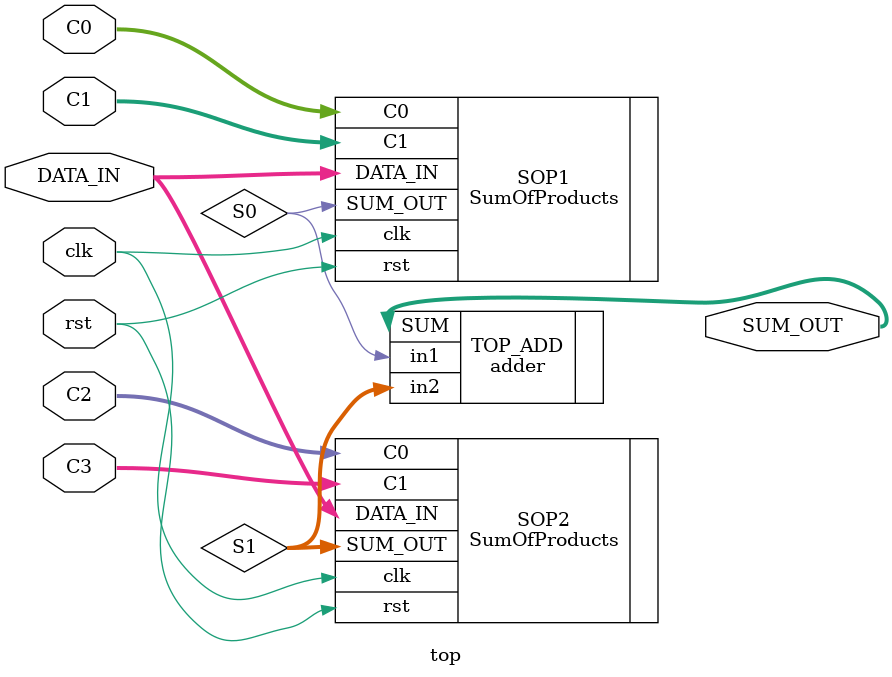
<source format=v>
/***************************************************************************
***                                                                      ***
*** EE 526 L Experiment #9                 Steven Hernandez, Fall, 2023 ***
***                                                                      ***
*** Experiment #9 Sum of products		                               ***
***                                                                      ***
****************************************************************************
*** Filename: top.v       Created by Steven Hernandez, 11/20/23          ***
***                                                                      ***
****************************************************************************
*** This module is for my top file s which is the highest level        ***
*** this level instantiates 2 sop's and 1 additional adder               ***
****************************************************************************/

`timescale 1 ns / 1 ns
module top(clk, rst, C0, C1, C2, C3, DATA_IN, SUM_OUT);
	parameter WIDTH = 4;
   parameter OUT_WIDTH = 8;
	
	input clk,rst;	
	input [WIDTH-1:0] C0, C1, C2, C3;
	input [WIDTH-1:0] DATA_IN;
 output [OUT_WIDTH-1:0] SUM_OUT;
 
	wire [WIDTH*2:0] S1, S2;
	
	SumOfProducts #(WIDTH) SOP1(.clk(clk), .rst(rst), .DATA_IN(DATA_IN), .C0(C0), .C1(C1), .SUM_OUT(S0));
  SumOfProducts #(WIDTH) SOP2(.clk(clk), .rst(rst), .DATA_IN(DATA_IN), .C0(C2), .C1(C3), .SUM_OUT(S1));


	adder #(WIDTH) TOP_ADD(.in1(S0), .in2(S1), .SUM(SUM_OUT));
 
endmodule
</source>
